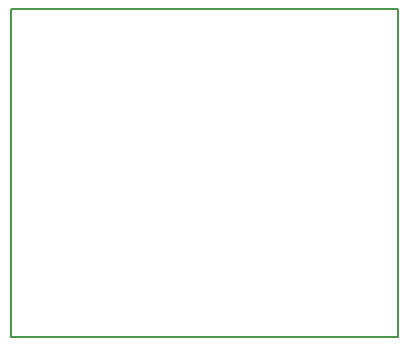
<source format=gbr>
G04 #@! TF.FileFunction,Profile,NP*
%FSLAX46Y46*%
G04 Gerber Fmt 4.6, Leading zero omitted, Abs format (unit mm)*
G04 Created by KiCad (PCBNEW 4.0.2+dfsg1-stable) date Qua 18 Mai 2016 07:39:49 BRT*
%MOMM*%
G01*
G04 APERTURE LIST*
%ADD10C,0.100000*%
%ADD11C,0.150000*%
G04 APERTURE END LIST*
D10*
D11*
X130000000Y-99800000D02*
X130000000Y-72000000D01*
X97180000Y-99800000D02*
X97180000Y-72000000D01*
X130000000Y-99800000D02*
X97180000Y-99800000D01*
X97180000Y-72000000D02*
X130000000Y-72000000D01*
M02*

</source>
